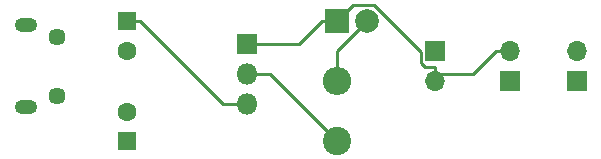
<source format=gbl>
G04 #@! TF.FileFunction,Copper,L2,Bot,Signal*
%FSLAX46Y46*%
G04 Gerber Fmt 4.6, Leading zero omitted, Abs format (unit mm)*
G04 Created by KiCad (PCBNEW 4.0.7) date Friday, 14 September '14e' 2018 'PM' 'le44' 22:03:44*
%MOMM*%
%LPD*%
G01*
G04 APERTURE LIST*
%ADD10C,0.100000*%
%ADD11R,1.600000X1.600000*%
%ADD12C,1.600000*%
%ADD13R,2.000000X2.000000*%
%ADD14C,2.000000*%
%ADD15C,1.450000*%
%ADD16O,1.900000X1.200000*%
%ADD17R,1.700000X1.700000*%
%ADD18O,1.700000X1.700000*%
%ADD19C,2.400000*%
%ADD20O,2.400000X2.400000*%
%ADD21R,1.800000X1.800000*%
%ADD22O,1.800000X1.800000*%
%ADD23C,0.250000*%
G04 APERTURE END LIST*
D10*
D11*
X119380000Y-73660000D03*
D12*
X119380000Y-76160000D03*
D11*
X119380000Y-83820000D03*
D12*
X119380000Y-81320000D03*
D13*
X137160000Y-73660000D03*
D14*
X139700000Y-73660000D03*
D15*
X113475000Y-74970000D03*
X113475000Y-79970000D03*
D16*
X110775000Y-73970000D03*
X110775000Y-80970000D03*
D17*
X145415000Y-76200000D03*
D18*
X145415000Y-78740000D03*
D19*
X137160000Y-83820000D03*
D20*
X137160000Y-78740000D03*
D17*
X151765000Y-78740000D03*
D18*
X151765000Y-76200000D03*
D17*
X157480000Y-78740000D03*
D18*
X157480000Y-76200000D03*
D21*
X129540000Y-75565000D03*
D22*
X129540000Y-78105000D03*
X129540000Y-80645000D03*
D23*
X127490300Y-80645000D02*
X120505300Y-73660000D01*
X129540000Y-80645000D02*
X127490300Y-80645000D01*
X119380000Y-73660000D02*
X120505300Y-73660000D01*
X133929700Y-75565000D02*
X135834700Y-73660000D01*
X129540000Y-75565000D02*
X133929700Y-75565000D01*
X137160000Y-73660000D02*
X135834700Y-73660000D01*
X138511200Y-72308800D02*
X137160000Y-73660000D01*
X140277500Y-72308800D02*
X138511200Y-72308800D01*
X144239700Y-76271000D02*
X140277500Y-72308800D01*
X144239700Y-77197500D02*
X144239700Y-76271000D01*
X144606900Y-77564700D02*
X144239700Y-77197500D01*
X145415000Y-77564700D02*
X144606900Y-77564700D01*
X145415000Y-78740000D02*
X145415000Y-78152300D01*
X145415000Y-78152300D02*
X145415000Y-77564700D01*
X148637400Y-78152300D02*
X150589700Y-76200000D01*
X145415000Y-78152300D02*
X148637400Y-78152300D01*
X151765000Y-76200000D02*
X150589700Y-76200000D01*
X131445000Y-78105000D02*
X137160000Y-83820000D01*
X129540000Y-78105000D02*
X131445000Y-78105000D01*
X137160000Y-76200000D02*
X139700000Y-73660000D01*
X137160000Y-78740000D02*
X137160000Y-76200000D01*
M02*

</source>
